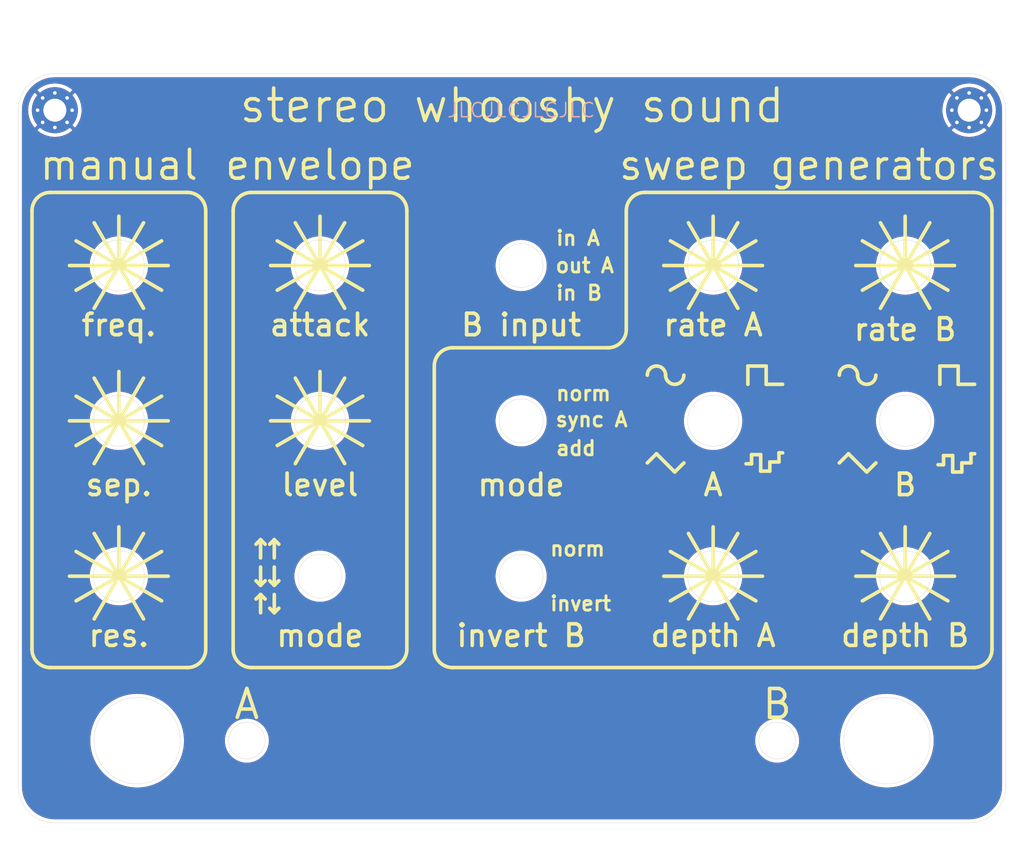
<source format=kicad_pcb>
(kicad_pcb (version 20211014) (generator pcbnew)
  (title_block (title "Stereo Whooshy Sound Front Panel") (date "2021-12-25") (rev "0") (comment 1 "creativecommons.org/licenses/by/4.0/") (comment 2 "License: CC by 4.0") (comment 3 "Author: Jordan Aceto"))
  (layers (0 "F.Cu" signal "Top_layer") (31 "B.Cu" signal "Bottom_layer") (34 "B.Paste" user) (35 "F.Paste" user) (36 "B.SilkS" user "B.Silkscreen") (37 "F.SilkS" user "F.Silkscreen") (38 "B.Mask" user) (39 "F.Mask" user) (44 "Edge.Cuts" user))
  (net 0 "")
  (net 1 "GND")
  (footprint "MountingHole:MountingHole_3.2mm_M3_Pad_Via" (layer "F.Cu") (at 81.915 52.07)
    (fp_text reference "H1" hide)
    (fp_text value "MountingHole_Pad")
    (pad "1" thru_hole circle locked (at 1.697056 -1.697056) (size 0.8 0.8) (drill 0.5) (layers *.Cu *.Mask) (net 1 "GND"))
    (pad "1" thru_hole circle locked (at -1.697056 1.697056) (size 0.8 0.8) (drill 0.5) (layers *.Cu *.Mask) (net 1 "GND"))
    (pad "1" thru_hole circle locked (at -2.4 0) (size 0.8 0.8) (drill 0.5) (layers *.Cu *.Mask) (net 1 "GND"))
    (pad "1" thru_hole circle locked (at 1.697056 1.697056) (size 0.8 0.8) (drill 0.5) (layers *.Cu *.Mask) (net 1 "GND"))
    (pad "1" thru_hole circle locked (at 2.4 0) (size 0.8 0.8) (drill 0.5) (layers *.Cu *.Mask) (net 1 "GND"))
    (pad "1" thru_hole circle locked (at 0 2.4) (size 0.8 0.8) (drill 0.5) (layers *.Cu *.Mask) (net 1 "GND"))
    (pad "1" thru_hole circle locked (at 0 0) (size 6.4 6.4) (drill 3.2) (layers *.Cu *.Mask) (net 1 "GND"))
    (pad "1" thru_hole circle locked (at -1.697056 -1.697056) (size 0.8 0.8) (drill 0.5) (layers *.Cu *.Mask) (net 1 "GND"))
    (pad "1" thru_hole circle locked (at 0 -2.4) (size 0.8 0.8) (drill 0.5) (layers *.Cu *.Mask) (net 1 "GND"))
  )
  (footprint "MountingHole:MountingHole_3.2mm_M3_Pad_Via" (layer "F.Cu") (at 208.915 52.07)
    (fp_text reference "H2" hide)
    (fp_text value "MountingHole_Pad")
    (pad "1" thru_hole circle locked (at 2.4 0) (size 0.8 0.8) (drill 0.5) (layers *.Cu *.Mask) (net 1 "GND"))
    (pad "1" thru_hole circle locked (at 1.697056 1.697056) (size 0.8 0.8) (drill 0.5) (layers *.Cu *.Mask) (net 1 "GND"))
    (pad "1" thru_hole circle locked (at 0 2.4) (size 0.8 0.8) (drill 0.5) (layers *.Cu *.Mask) (net 1 "GND"))
    (pad "1" thru_hole circle locked (at 0 -2.4) (size 0.8 0.8) (drill 0.5) (layers *.Cu *.Mask) (net 1 "GND"))
    (pad "1" thru_hole circle locked (at -2.4 0) (size 0.8 0.8) (drill 0.5) (layers *.Cu *.Mask) (net 1 "GND"))
    (pad "1" thru_hole circle locked (at -1.697056 1.697056) (size 0.8 0.8) (drill 0.5) (layers *.Cu *.Mask) (net 1 "GND"))
    (pad "1" thru_hole circle locked (at 1.697056 -1.697056) (size 0.8 0.8) (drill 0.5) (layers *.Cu *.Mask) (net 1 "GND"))
    (pad "1" thru_hole circle locked (at 0 0) (size 6.4 6.4) (drill 3.2) (layers *.Cu *.Mask) (net 1 "GND"))
    (pad "1" thru_hole circle locked (at -1.697056 -1.697056) (size 0.8 0.8) (drill 0.5) (layers *.Cu *.Mask) (net 1 "GND"))
  )
  (gr_line (start 112.395 114.3) (end 112.395 111.76) (layer "F.SilkS") (width 0.5))
  (gr_line (start 112.395 111.76) (end 111.76 112.395) (layer "F.SilkS") (width 0.5))
  (gr_line (start 112.395 111.76) (end 113.03 112.395) (layer "F.SilkS") (width 0.5))
  (gr_line (start 110.49 111.76) (end 111.125 112.395) (layer "F.SilkS") (width 0.5))
  (gr_line (start 110.49 114.3) (end 110.49 111.76) (layer "F.SilkS") (width 0.5))
  (gr_line (start 110.49 111.76) (end 109.855 112.395) (layer "F.SilkS") (width 0.5))
  (gr_line (start 112.395 115.57) (end 112.395 118.11) (layer "F.SilkS") (width 0.5))
  (gr_line (start 112.395 118.11) (end 111.76 117.475) (layer "F.SilkS") (width 0.5))
  (gr_line (start 110.49 118.11) (end 109.855 117.475) (layer "F.SilkS") (width 0.5))
  (gr_line (start 112.395 118.11) (end 113.03 117.475) (layer "F.SilkS") (width 0.5))
  (gr_line (start 110.49 115.57) (end 110.49 118.11) (layer "F.SilkS") (width 0.5))
  (gr_line (start 110.49 118.11) (end 111.125 117.475) (layer "F.SilkS") (width 0.5))
  (gr_line (start 110.49 121.92) (end 110.49 119.38) (layer "F.SilkS") (width 0.5))
  (gr_line (start 110.49 119.38) (end 111.125 120.015) (layer "F.SilkS") (width 0.5))
  (gr_line (start 112.395 121.92) (end 111.76 121.285) (layer "F.SilkS") (width 0.5))
  (gr_line (start 110.49 119.38) (end 109.855 120.015) (layer "F.SilkS") (width 0.5))
  (gr_line (start 112.395 119.38) (end 112.395 121.92) (layer "F.SilkS") (width 0.5))
  (gr_line (start 112.395 121.92) (end 113.03 121.285) (layer "F.SilkS") (width 0.5))
  (gr_line (start 130.81 66.04) (end 130.81 127) (layer "F.SilkS") (width 0.5))
  (gr_line (start 128.27 129.54) (end 109.22 129.54) (layer "F.SilkS") (width 0.5))
  (gr_arc (start 212.09 127) (mid 211.346051 128.796051) (end 209.55 129.54) (layer "F.SilkS") (width 0.5))
  (gr_line (start 90.805 95.25) (end 87.376 101.189202) (layer "F.SilkS") (width 0.5))
  (gr_line (start 173.355 73.66) (end 167.415798 77.089) (layer "F.SilkS") (width 0.5))
  (gr_line (start 90.805 116.84) (end 96.744202 113.411) (layer "F.SilkS") (width 0.5))
  (gr_arc (start 134.62 87.63) (mid 135.363949 85.833949) (end 137.16 85.09) (layer "F.SilkS") (width 0.5))
  (gr_line (start 173.355 73.66) (end 166.497 73.66) (layer "F.SilkS") (width 0.5))
  (gr_line (start 212.09 66.04) (end 212.09 127) (layer "F.SilkS") (width 0.5))
  (gr_line (start 173.355 116.84) (end 169.926 122.779202) (layer "F.SilkS") (width 0.5))
  (gr_line (start 205.359 100.076) (end 206.629 100.076) (layer "F.SilkS") (width 0.5))
  (gr_line (start 161.29 66.04) (end 161.29 82.55) (layer "F.SilkS") (width 0.5))
  (gr_arc (start 81.28 129.54) (mid 79.483949 128.796051) (end 78.74 127) (layer "F.SilkS") (width 0.5))
  (gr_line (start 177.927 101.219) (end 178.689 101.219) (layer "F.SilkS") (width 0.5))
  (gr_line (start 194.691 102.362) (end 195.961 101.092) (layer "F.SilkS") (width 0.5))
  (gr_line (start 200.025 116.84) (end 203.454 122.779202) (layer "F.SilkS") (width 0.5))
  (gr_arc (start 195.961 88.9) (mid 194.691 90.17) (end 193.421 88.9) (layer "F.SilkS") (width 0.5))
  (gr_line (start 200.025 73.66) (end 194.085798 70.231) (layer "F.SilkS") (width 0.5))
  (gr_line (start 179.959 99.949) (end 179.959 102.235) (layer "F.SilkS") (width 0.5))
  (gr_line (start 164.211 101.092) (end 165.481 99.822) (layer "F.SilkS") (width 0.5))
  (gr_line (start 118.745 95.25) (end 122.174 101.189202) (layer "F.SilkS") (width 0.5))
  (gr_line (start 106.68 66.04) (end 106.68 127) (layer "F.SilkS") (width 0.5))
  (gr_line (start 179.959 102.235) (end 181.229 102.235) (layer "F.SilkS") (width 0.5))
  (gr_line (start 178.181 87.63) (end 180.721 87.63) (layer "F.SilkS") (width 0.5))
  (gr_line (start 90.805 73.66) (end 97.663 73.66) (layer "F.SilkS") (width 0.5))
  (gr_line (start 200.025 73.66) (end 200.025 66.802) (layer "F.SilkS") (width 0.5))
  (gr_line (start 118.745 73.66) (end 125.603 73.66) (layer "F.SilkS") (width 0.5))
  (gr_line (start 90.805 73.66) (end 83.947 73.66) (layer "F.SilkS") (width 0.5))
  (gr_line (start 90.805 73.66) (end 87.376 67.720798) (layer "F.SilkS") (width 0.5))
  (gr_line (start 207.391 90.17) (end 209.677 90.17) (layer "F.SilkS") (width 0.5))
  (gr_line (start 181.229 102.235) (end 181.229 100.965) (layer "F.SilkS") (width 0.5))
  (gr_arc (start 78.74 66.04) (mid 79.483949 64.243949) (end 81.28 63.5) (layer "F.SilkS") (width 0.5))
  (gr_line (start 204.851 90.17) (end 204.851 87.63) (layer "F.SilkS") (width 0.5))
  (gr_line (start 90.805 116.84) (end 84.865798 113.411) (layer "F.SilkS") (width 0.5))
  (gr_line (start 90.805 73.66) (end 94.234 79.599202) (layer "F.SilkS") (width 0.5))
  (gr_line (start 200.025 116.84) (end 196.596 110.900798) (layer "F.SilkS") (width 0.5))
  (gr_line (start 200.025 116.84) (end 206.883 116.84) (layer "F.SilkS") (width 0.5))
  (gr_line (start 200.025 116.84) (end 196.596 122.779202) (layer "F.SilkS") (width 0.5))
  (gr_arc (start 128.27 63.5) (mid 130.066051 64.243949) (end 130.81 66.04) (layer "F.SilkS") (width 0.5))
  (gr_line (start 118.745 95.25) (end 124.684202 91.821) (layer "F.SilkS") (width 0.5))
  (gr_line (start 90.805 116.84) (end 87.376 110.900798) (layer "F.SilkS") (width 0.5))
  (gr_line (start 168.021 102.362) (end 169.291 101.092) (layer "F.SilkS") (width 0.5))
  (gr_line (start 206.629 100.076) (end 206.629 102.362) (layer "F.SilkS") (width 0.5))
  (gr_line (start 118.745 73.66) (end 118.745 66.802) (layer "F.SilkS") (width 0.5))
  (gr_line (start 173.355 73.66) (end 167.415798 70.231) (layer "F.SilkS") (width 0.5))
  (gr_line (start 200.025 73.66) (end 193.167 73.66) (layer "F.SilkS") (width 0.5))
  (gr_line (start 90.805 95.25) (end 83.947 95.25) (layer "F.SilkS") (width 0.5))
  (gr_arc (start 209.55 63.5) (mid 211.346051 64.243949) (end 212.09 66.04) (layer "F.SilkS") (width 0.5))
  (gr_line (start 173.355 116.84) (end 167.415798 113.411) (layer "F.SilkS") (width 0.5))
  (gr_line (start 178.181 90.17) (end 178.181 87.63) (layer "F.SilkS") (width 0.5))
  (gr_line (start 200.025 73.66) (end 203.454 79.599202) (layer "F.SilkS") (width 0.5))
  (gr_line (start 182.499 100.965) (end 182.499 99.695) (layer "F.SilkS") (width 0.5))
  (gr_line (start 204.851 87.63) (end 207.391 87.63) (layer "F.SilkS") (width 0.5))
  (gr_line (start 168.021 102.362) (end 165.481 99.822) (layer "F.SilkS") (width 0.5))
  (gr_line (start 90.805 116.84) (end 84.865798 120.269) (layer "F.SilkS") (width 0.5))
  (gr_line (start 118.745 95.25) (end 124.684202 98.679) (layer "F.SilkS") (width 0.5))
  (gr_line (start 90.805 73.66) (end 96.744202 70.231) (layer "F.SilkS") (width 0.5))
  (gr_line (start 118.745 95.25) (end 111.887 95.25) (layer "F.SilkS") (width 0.5))
  (gr_line (start 190.881 101.092) (end 192.151 99.822) (layer "F.SilkS") (width 0.5))
  (gr_arc (start 161.29 82.55) (mid 160.546051 84.346051) (end 158.75 85.09) (layer "F.SilkS") (width 0.5))
  (gr_line (start 207.899 101.092) (end 209.169 101.092) (layer "F.SilkS") (width 0.5))
  (gr_arc (start 109.22 129.54) (mid 107.423949 128.796051) (end 106.68 127) (layer "F.SilkS") (width 0.5))
  (gr_line (start 209.55 129.54) (end 137.16 129.54) (layer "F.SilkS") (width 0.5))
  (gr_line (start 200.025 73.66) (end 205.964202 70.231) (layer "F.SilkS") (width 0.5))
  (gr_line (start 173.355 116.84) (end 173.355 109.982) (layer "F.SilkS") (width 0.5))
  (gr_line (start 200.025 116.84) (end 205.964202 113.411) (layer "F.SilkS") (width 0.5))
  (gr_line (start 200.025 116.84) (end 193.167 116.84) (layer "F.SilkS") (width 0.5))
  (gr_line (start 102.87 66.04) (end 102.87 127) (layer "F.SilkS") (width 0.5))
  (gr_line (start 90.805 95.25) (end 96.744202 91.821) (layer "F.SilkS") (width 0.5))
  (gr_line (start 173.355 73.66) (end 169.926 67.720798) (layer "F.SilkS") (width 0.5))
  (gr_line (start 182.499 99.695) (end 183.007 99.695) (layer "F.SilkS") (width 0.5))
  (gr_line (start 90.805 95.25) (end 94.234 101.189202) (layer "F.SilkS") (width 0.5))
  (gr_line (start 90.805 95.25) (end 90.805 88.392) (layer "F.SilkS") (width 0.5))
  (gr_line (start 200.025 116.84) (end 194.085798 113.411) (layer "F.SilkS") (width 0.5))
  (gr_line (start 90.805 116.84) (end 94.234 122.779202) (layer "F.SilkS") (width 0.5))
  (gr_line (start 173.355 116.84) (end 179.294202 113.411) (layer "F.SilkS") (width 0.5))
  (gr_line (start 90.805 116.84) (end 83.947 116.84) (layer "F.SilkS") (width 0.5))
  (gr_line (start 207.899 102.362) (end 207.899 101.092) (layer "F.SilkS") (width 0.5))
  (gr_line (start 173.355 116.84) (end 169.926 110.900798) (layer "F.SilkS") (width 0.5))
  (gr_line (start 90.805 116.84) (end 96.744202 120.269) (layer "F.SilkS") (width 0.5))
  (gr_line (start 173.355 116.84) (end 167.415798 120.269) (layer "F.SilkS") (width 0.5))
  (gr_line (start 90.805 73.66) (end 84.865798 77.089) (layer "F.SilkS") (width 0.5))
  (gr_line (start 90.805 95.25) (end 84.865798 98.679) (layer "F.SilkS") (width 0.5))
  (gr_line (start 118.745 73.66) (end 115.316 79.599202) (layer "F.SilkS") (width 0.5))
  (gr_arc (start 190.881 88.9) (mid 192.151 87.63) (end 193.421 88.9) (layer "F.SilkS") (width 0.5))
  (gr_line (start 173.355 73.66) (end 179.294202 70.231) (layer "F.SilkS") (width 0.5))
  (gr_line (start 90.805 73.66) (end 90.805 66.802) (layer "F.SilkS") (width 0.5))
  (gr_line (start 100.33 129.54) (end 81.28 129.54) (layer "F.SilkS") (width 0.5))
  (gr_arc (start 161.29 66.04) (mid 162.033949 64.243949) (end 163.83 63.5) (layer "F.SilkS") (width 0.5))
  (gr_line (start 178.689 99.949) (end 179.959 99.949) (layer "F.SilkS") (width 0.5))
  (gr_line (start 118.745 95.25) (end 115.316 89.310798) (layer "F.SilkS") (width 0.5))
  (gr_line (start 118.745 95.25) (end 125.603 95.25) (layer "F.SilkS") (width 0.5))
  (gr_line (start 90.805 116.84) (end 94.234 110.900798) (layer "F.SilkS") (width 0.5))
  (gr_line (start 163.83 63.5) (end 209.55 63.5) (layer "F.SilkS") (width 0.5))
  (gr_line (start 90.805 73.66) (end 87.376 79.599202) (layer "F.SilkS") (width 0.5))
  (gr_arc (start 164.211 88.9) (mid 165.481 87.63) (end 166.751 88.9) (layer "F.SilkS") (width 0.5))
  (gr_line (start 200.025 73.66) (end 206.883 73.66) (layer "F.SilkS") (width 0.5))
  (gr_line (start 200.025 116.84) (end 205.964202 120.269) (layer "F.SilkS") (width 0.5))
  (gr_line (start 128.27 63.5) (end 109.22 63.5) (layer "F.SilkS") (width 0.5))
  (gr_line (start 200.025 116.84) (end 200.025 109.982) (layer "F.SilkS") (width 0.5))
  (gr_arc (start 130.81 127) (mid 130.066051 128.796051) (end 128.27 129.54) (layer "F.SilkS") (width 0.5))
  (gr_line (start 173.355 116.84) (end 166.497 116.84) (layer "F.SilkS") (width 0.5))
  (gr_line (start 90.805 73.66) (end 96.744202 77.089) (layer "F.SilkS") (width 0.5))
  (gr_line (start 118.745 73.66) (end 124.684202 77.089) (layer "F.SilkS") (width 0.5))
  (gr_line (start 118.745 73.66) (end 111.887 73.66) (layer "F.SilkS") (width 0.5))
  (gr_line (start 118.745 73.66) (end 112.805798 70.231) (layer "F.SilkS") (width 0.5))
  (gr_line (start 200.025 73.66) (end 194.085798 77.089) (layer "F.SilkS") (width 0.5))
  (gr_arc (start 169.291 88.9) (mid 168.021 90.17) (end 166.751 88.9) (layer "F.SilkS") (width 0.5))
  (gr_line (start 173.355 116.84) (end 179.294202 120.269) (layer "F.SilkS") (width 0.5))
  (gr_line (start 118.745 95.25) (end 122.174 89.310798) (layer "F.SilkS") (width 0.5))
  (gr_line (start 173.355 73.66) (end 169.926 79.599202) (layer "F.SilkS") (width 0.5))
  (gr_line (start 173.355 116.84) (end 176.784 110.900798) (layer "F.SilkS") (width 0.5))
  (gr_line (start 90.805 95.25) (end 87.376 89.310798) (layer "F.SilkS") (width 0.5))
  (gr_line (start 118.745 95.25) (end 118.745 88.392) (layer "F.SilkS") (width 0.5))
  (gr_line (start 90.805 95.25) (end 97.663 95.25) (layer "F.SilkS") (width 0.5))
  (gr_line (start 173.355 73.66) (end 173.355 66.802) (layer "F.SilkS") (width 0.5))
  (gr_line (start 90.805 73.66) (end 94.234 67.720798) (layer "F.SilkS") (width 0.5))
  (gr_line (start 204.597 101.346) (end 205.359 101.346) (layer "F.SilkS") (width 0.5))
  (gr_arc (start 137.16 129.54) (mid 135.363949 128.796051) (end 134.62 127) (layer "F.SilkS") (width 0.5))
  (gr_line (start 173.355 73.66) (end 176.784 79.599202) (layer "F.SilkS") (width 0.5))
  (gr_line (start 100.33 63.5) (end 81.28 63.5) (layer "F.SilkS") (width 0.5))
  (gr_line (start 90.805 116.84) (end 90.805 109.982) (layer "F.SilkS") (width 0.5))
  (gr_line (start 90.805 116.84) (end 87.376 122.779202) (layer "F.SilkS") (width 0.5))
  (gr_line (start 209.169 99.822) (end 209.677 99.822) (layer "F.SilkS") (width 0.5))
  (gr_line (start 90.805 95.25) (end 94.234 89.310798) (layer "F.SilkS") (width 0.5))
  (gr_line (start 207.391 87.63) (end 207.391 90.17) (layer "F.SilkS") (width 0.5))
  (gr_line (start 200.025 116.84) (end 203.454 110.900798) (layer "F.SilkS") (width 0.5))
  (gr_line (start 200.025 116.84) (end 194.085798 120.269) (layer "F.SilkS") (width 0.5))
  (gr_arc (start 102.87 127) (mid 102.126051 128.796051) (end 100.33 129.54) (layer "F.SilkS") (width 0.5))
  (gr_line (start 173.355 116.84) (end 180.213 116.84) (layer "F.SilkS") (width 0.5))
  (gr_line (start 181.229 100.965) (end 182.499 100.965) (layer "F.SilkS") (width 0.5))
  (gr_line (start 209.169 101.092) (end 209.169 99.822) (layer "F.SilkS") (width 0.5))
  (gr_arc (start 106.68 66.04) (mid 107.423949 64.243949) (end 109.22 63.5) (layer "F.SilkS") (width 0.5))
  (gr_line (start 118.745 95.25) (end 115.316 101.189202) (layer "F.SilkS") (width 0.5))
  (gr_line (start 90.805 95.25) (end 96.744202 98.679) (layer "F.SilkS") (width 0.5))
  (gr_line (start 173.355 116.84) (end 176.784 122.779202) (layer "F.SilkS") (width 0.5))
  (gr_line (start 118.745 95.25) (end 112.805798 98.679) (layer "F.SilkS") (width 0.5))
  (gr_line (start 173.355 73.66) (end 180.213 73.66) (layer "F.SilkS") (width 0.5))
  (gr_line (start 180.721 87.63) (end 180.721 90.17) (layer "F.SilkS") (width 0.5))
  (gr_line (start 90.805 95.25) (end 84.865798 91.821) (layer "F.SilkS") (width 0.5))
  (gr_arc (start 100.33 63.5) (mid 102.126051 64.243949) (end 102.87 66.04) (layer "F.SilkS") (width 0.5))
  (gr_line (start 118.745 73.66) (end 122.174 79.599202) (layer "F.SilkS") (width 0.5))
  (gr_line (start 200.025 73.66) (end 196.596 79.599202) (layer "F.SilkS") (width 0.5))
  (gr_line (start 90.805 73.66) (end 84.865798 70.231) (layer "F.SilkS") (width 0.5))
  (gr_line (start 137.16 85.09) (end 158.75 85.09) (layer "F.SilkS") (width 0.5))
  (gr_line (start 134.62 87.63) (end 134.62 127) (layer "F.SilkS") (width 0.5))
  (gr_line (start 118.745 73.66) (end 124.684202 70.231) (layer "F.SilkS") (width 0.5))
  (gr_line (start 118.745 73.66) (end 115.316 67.720798) (layer "F.SilkS") (width 0.5))
  (gr_line (start 206.629 102.362) (end 207.899 102.362) (layer "F.SilkS") (width 0.5))
  (gr_line (start 78.74 66.04) (end 78.74 127) (layer "F.SilkS") (width 0.5))
  (gr_line (start 173.355 73.66) (end 179.294202 77.089) (layer "F.SilkS") (width 0.5))
  (gr_line (start 180.721 90.17) (end 183.007 90.17) (layer "F.SilkS") (width 0.5))
  (gr_line (start 200.025 73.66) (end 205.964202 77.089) (layer "F.SilkS") (width 0.5))
  (gr_line (start 173.355 73.66) (end 176.784 67.720798) (layer "F.SilkS") (width 0.5))
  (gr_line (start 118.745 73.66) (end 122.174 67.720798) (layer "F.SilkS") (width 0.5))
  (gr_line (start 90.805 116.84) (end 97.663 116.84) (layer "F.SilkS") (width 0.5))
  (gr_line (start 205.359 101.346) (end 205.359 100.076) (layer "F.SilkS") (width 0.5))
  (gr_line (start 200.025 73.66) (end 196.596 67.720798) (layer "F.SilkS") (width 0.5))
  (gr_line (start 200.025 73.66) (end 203.454 67.720798) (layer "F.SilkS") (width 0.5))
  (gr_line (start 194.691 102.362) (end 192.151 99.822) (layer "F.SilkS") (width 0.5))
  (gr_line (start 178.689 101.219) (end 178.689 99.949) (layer "F.SilkS") (width 0.5))
  (gr_line (start 118.745 73.66) (end 112.805798 77.089) (layer "F.SilkS") (width 0.5))
  (gr_line (start 118.745 95.25) (end 112.805798 91.821) (layer "F.SilkS") (width 0.5))
  (gr_circle (center 118.745 116.84) (end 121.795 116.84) (layer "Edge.Cuts") (width 0.05) (fill none))
  (gr_circle (center 93.345 139.7) (end 99.345 139.7) (layer "Edge.Cuts") (width 0.05) (fill none))
  (gr_circle (center 182.245 139.7) (end 184.795 139.7) (layer "Edge.Cuts") (width 0.05) (fill none))
  (gr_circle (center 108.585 139.7) (end 111.135 139.7) (layer "Edge.Cuts") (width 0.05) (fill none))
  (gr_line (start 81.915 46.99) (end 208.915 46.99) (layer "Edge.Cuts") (width 0.05))
  (gr_arc (start 208.915 46.99) (mid 212.507102 48.477898) (end 213.995 52.07) (layer "Edge.Cuts") (width 0.05))
  (gr_circle (center 200.025 95.25) (end 203.575 95.25) (layer "Edge.Cuts") (width 0.05) (fill none))
  (gr_arc (start 81.915 151.13) (mid 78.322898 149.642102) (end 76.835 146.05) (layer "Edge.Cuts") (width 0.05))
  (gr_circle (center 173.355 116.84) (end 176.905 116.84) (layer "Edge.Cuts") (width 0.05) (fill none))
  (gr_circle (center 90.805 95.25) (end 94.355 95.25) (layer "Edge.Cuts") (width 0.05) (fill none))
  (gr_circle (center 118.745 95.25) (end 122.295 95.25) (layer "Edge.Cuts") (width 0.05) (fill none))
  (gr_line (start 76.835 146.05) (end 76.835 52.07) (layer "Edge.Cuts") (width 0.05))
  (gr_circle (center 146.685 73.66) (end 149.735 73.66) (layer "Edge.Cuts") (width 0.05) (fill none))
  (gr_line (start 213.995 52.07) (end 213.995 146.05) (layer "Edge.Cuts") (width 0.05))
  (gr_arc (start 76.835 52.07) (mid 78.322898 48.477898) (end 81.915 46.99) (layer "Edge.Cuts") (width 0.05))
  (gr_circle (center 90.805 73.66) (end 94.355 73.66) (layer "Edge.Cuts") (width 0.05) (fill none))
  (gr_line (start 208.915 151.13) (end 81.915 151.13) (layer "Edge.Cuts") (width 0.05))
  (gr_circle (center 197.485 139.7) (end 203.485 139.7) (layer "Edge.Cuts") (width 0.05) (fill none))
  (gr_circle (center 146.685 95.25) (end 149.735 95.25) (layer "Edge.Cuts") (width 0.05) (fill none))
  (gr_circle (center 173.355 73.66) (end 176.905 73.66) (layer "Edge.Cuts") (width 0.05) (fill none))
  (gr_circle (center 173.355 95.25) (end 176.905 95.25) (layer "Edge.Cuts") (width 0.05) (fill none))
  (gr_arc (start 213.995 146.05) (mid 212.507102 149.642102) (end 208.915 151.13) (layer "Edge.Cuts") (width 0.05))
  (gr_circle (center 90.805 116.84) (end 94.355 116.84) (layer "Edge.Cuts") (width 0.05) (fill none))
  (gr_circle (center 146.685 116.84) (end 149.735 116.84) (layer "Edge.Cuts") (width 0.05) (fill none))
  (gr_circle (center 200.025 73.66) (end 203.575 73.66) (layer "Edge.Cuts") (width 0.05) (fill none))
  (gr_circle (center 118.745 73.66) (end 122.295 73.66) (layer "Edge.Cuts") (width 0.05) (fill none))
  (gr_circle (center 200.025 116.84) (end 203.575 116.84) (layer "Edge.Cuts") (width 0.05) (fill none))
  (gr_text "JLCJLCJLCJLC" (at 146.685 52.07) (layer "B.SilkS") (effects (font (size 2 2) (thickness 0.2))))
  (gr_text "mode" (at 146.685 104.14) (layer "F.SilkS") (effects (font (size 3 3) (thickness 0.5))))
  (gr_text "norm" (at 151.321 91.44) (layer "F.SilkS") (effects (font (size 2 2) (thickness 0.4)) (justify left)))
  (gr_text "sync A" (at 151.257 95.06) (layer "F.SilkS") (effects (font (size 2 2) (thickness 0.4)) (justify left)))
  (gr_text "add" (at 151.321 99.06) (layer "F.SilkS") (effects (font (size 2 2) (thickness 0.4)) (justify left)))
  (gr_text "norm" (at 150.495 113.03) (layer "F.SilkS") (effects (font (size 2 2) (thickness 0.4)) (justify left)))
  (gr_text "invert" (at 150.495 120.65) (layer "F.SilkS") (effects (font (size 2 2) (thickness 0.4)) (justify left)))
  (gr_text "invert B" (at 146.685 125.095) (layer "F.SilkS") (effects (font (size 3 3) (thickness 0.5))))
  (gr_text "rate A" (at 173.355 81.915) (layer "F.SilkS") (effects (font (size 3 3) (thickness 0.5))))
  (gr_text "rate B" (at 200.025 82.55) (layer "F.SilkS") (effects (font (size 3 3) (thickness 0.5))))
  (gr_text "depth A" (at 173.355 125.095) (layer "F.SilkS") (effects (font (size 3 3) (thickness 0.5))))
  (gr_text "level" (at 118.745 104.14) (layer "F.SilkS") (effects (font (size 3 3) (thickness 0.5))))
  (gr_text "mode" (at 118.745 125.095) (layer "F.SilkS") (effects (font (size 3 3) (thickness 0.5))))
  (gr_text "freq." (at 90.805 81.915) (layer "F.SilkS") (effects (font (size 3 3) (thickness 0.5))))
  (gr_text "sep." (at 90.805 104.14) (layer "F.SilkS") (effects (font (size 3 3) (thickness 0.5))))
  (gr_text "res." (at 90.805 125.095) (layer "F.SilkS") (effects (font (size 3 3) (thickness 0.5))))
  (gr_text "manual" (at 90.805 59.69) (layer "F.SilkS") (effects (font (size 4 4) (thickness 0.5))))
  (gr_text "envelope" (at 118.745 59.69) (layer "F.SilkS") (effects (font (size 4 4) (thickness 0.5))))
  (gr_text "sweep generators" (at 186.69 59.69) (layer "F.SilkS") (effects (font (size 4 4) (thickness 0.5))))
  (gr_text "B input" (at 146.685 81.915) (layer "F.SilkS") (effects (font (size 3 3) (thickness 0.5))))
  (gr_text "in B" (at 151.321 77.47) (layer "F.SilkS") (effects (font (size 2 2) (thickness 0.4)) (justify left)))
  (gr_text "in A" (at 151.321 69.85) (layer "F.SilkS") (effects (font (size 2 2) (thickness 0.4)) (justify left)))
  (gr_text "out A" (at 151.257 73.66) (layer "F.SilkS") (effects (font (size 2 2) (thickness 0.4)) (justify left)))
  (gr_text "A" (at 108.585 134.62) (layer "F.SilkS") (effects (font (size 4 4) (thickness 0.5))))
  (gr_text "B" (at 182.245 134.62) (layer "F.SilkS") (effects (font (size 4 4) (thickness 0.5))))
  (gr_text "attack" (at 118.745 81.915) (layer "F.SilkS") (effects (font (size 3 3) (thickness 0.5))))
  (gr_text "depth B" (at 200.025 125.095) (layer "F.SilkS") (effects (font (size 3 3) (thickness 0.5))))
  (gr_text "stereo whooshy sound" (at 145.415 51.435) (layer "F.SilkS") (effects (font (size 4.5 4.5) (thickness 0.5))))
  (gr_text "A" (at 173.355 104.14) (layer "F.SilkS") (effects (font (size 3 3) (thickness 0.5))))
  (gr_text "B" (at 200.025 104.14) (layer "F.SilkS") (effects (font (size 3 3) (thickness 0.5))))
  (zone (net 1) (net_name "GND") (layer "F.Cu") (connect_pads (clearance 0.508)) (min_thickness 0.254) (fill yes (thermal_gap 0.508) (thermal_bridge_width 0.508))
    (polygon (pts (xy 215.265 152.4) (xy 75.565 152.4) (xy 75.565 45.72) (xy 215.265 45.72)))
  )
  (zone (net 1) (net_name "GND") (layer "B.Cu") (connect_pads (clearance 0.508)) (min_thickness 0.254) (fill yes (thermal_gap 0.508) (thermal_bridge_width 0.508))
    (polygon (pts (xy 216.535 153.67) (xy 74.295 153.67) (xy 74.295 44.45) (xy 216.535 44.45)))
  )
)
</source>
